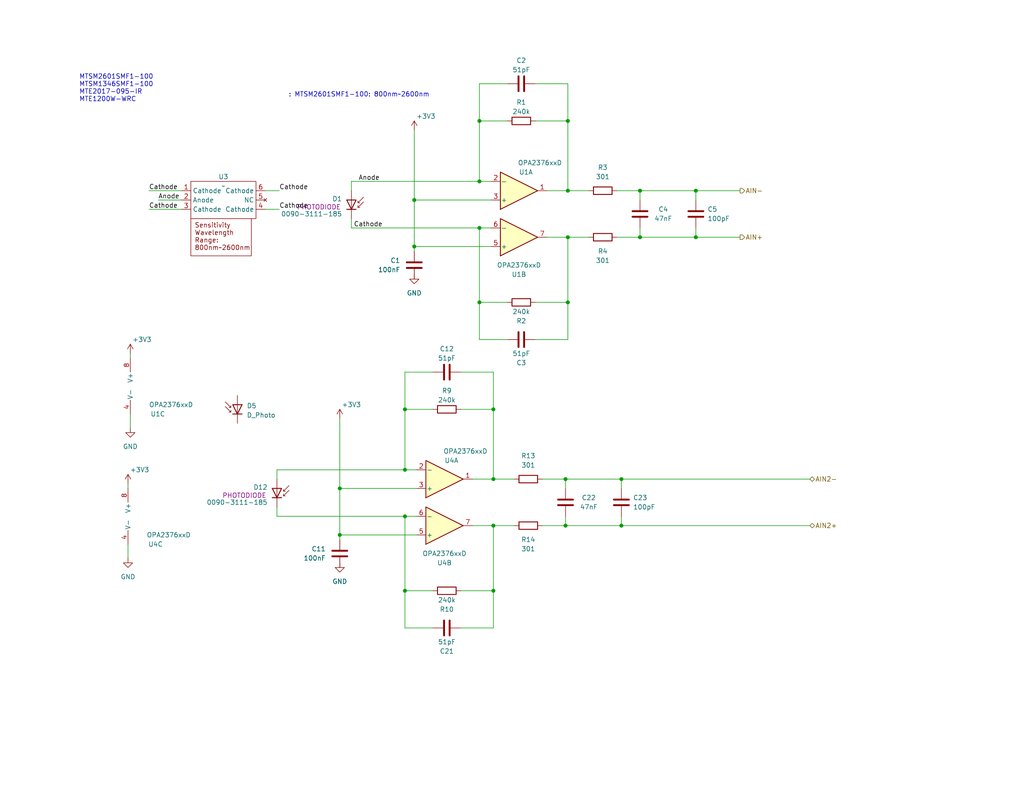
<source format=kicad_sch>
(kicad_sch (version 20230121) (generator eeschema)
  (paper "USLetter")
  (title_block (title "Development Board") (date "2023-10-02") (rev "3") (company "Plastic Scanner"))
  (lib_symbols
    (symbol "Amplifier_Operational:OPA2376xxD" (pin_names (offset 0.127))
      (property "Reference" "U" (at 0 5.08 0))
      (property "Value" "OPA2376xxD" (at 0 -5.08 0))
      (symbol "OPA2376xxD_1_1"
        (polyline (pts (xy -5.08 5.08) (xy 5.08 0) (xy -5.08 -5.08) (xy -5.08 5.08)) (stroke (width 0.254)) (fill (type background)))
        (pin output line (at 7.62 0 180) (length 2.54) (name "~") (number "1"))
        (pin input line (at -7.62 -2.54 0) (length 2.54) (name "-") (number "2"))
        (pin input line (at -7.62 2.54 0) (length 2.54) (name "+") (number "3"))
      )
      (symbol "OPA2376xxD_2_1"
        (polyline (pts (xy -5.08 5.08) (xy 5.08 0) (xy -5.08 -5.08) (xy -5.08 5.08)) (stroke (width 0.254)) (fill (type background)))
        (pin input line (at -7.62 2.54 0) (length 2.54) (name "+") (number "5"))
        (pin input line (at -7.62 -2.54 0) (length 2.54) (name "-") (number "6"))
        (pin output line (at 7.62 0 180) (length 2.54) (name "~") (number "7"))
      )
      (symbol "OPA2376xxD_3_1"
        (pin power_in line (at -2.54 -7.62 90) (length 3.81) (name "V-") (number "4"))
        (pin power_in line (at -2.54 7.62 270) (length 3.81) (name "V+") (number "8"))
      )
    )
    (symbol "Device:C" (pin_numbers hide) (pin_names (offset 0.254))
      (property "Reference" "C" (at 0.635 2.54 0))
      (property "Value" "C" (at 0.635 -2.54 0))
      (symbol "C_0_1"
        (polyline (pts (xy -2.032 -0.762) (xy 2.032 -0.762)) (stroke (width 0.508)))
        (polyline (pts (xy -2.032 0.762) (xy 2.032 0.762)) (stroke (width 0.508)))
      )
      (symbol "C_1_1"
        (pin passive line (at 0 3.81 270) (length 2.794) (name "~") (number "1"))
        (pin passive line (at 0 -3.81 90) (length 2.794) (name "~") (number "2"))
      )
    )
    (symbol "Device:D_Photo" (pin_numbers hide) (pin_names hide)
      (property "Reference" "D" (at 0.508 1.778 0))
      (property "Value" "D_Photo" (at -1.016 -2.794 0))
      (symbol "D_Photo_0_1"
        (polyline (pts (xy -2.54 1.27) (xy -2.54 -1.27)) (stroke (width 0.254)))
        (polyline (pts (xy -2.032 1.778) (xy -1.524 1.778)))
        (polyline (pts (xy 0 0) (xy -2.54 0)))
        (polyline (pts (xy -0.508 3.302) (xy -2.032 1.778) (xy -2.032 2.286)))
        (polyline (pts (xy 0 -1.27) (xy 0 1.27) (xy -2.54 0) (xy 0 -1.27)) (stroke (width 0.254)))
        (polyline (pts (xy 0.762 3.302) (xy -0.762 1.778) (xy -0.762 2.286) (xy -0.762 1.778) (xy -0.254 1.778)))
      )
      (symbol "D_Photo_1_1"
        (pin passive line (at -5.08 0 0) (length 2.54) (name "K") (number "1"))
        (pin passive line (at 2.54 0 180) (length 2.54) (name "A") (number "2"))
      )
    )
    (symbol "Device:R" (pin_numbers hide) (pin_names (offset 0))
      (property "Reference" "R" (at 2.032 0 90))
      (property "Value" "R" (at 0 0 90))
      (symbol "R_0_1"
        (rectangle (start -1.016 -2.54) (end 1.016 2.54) (stroke (width 0.254)))
      )
      (symbol "R_1_1"
        (pin passive line (at 0 3.81 270) (length 1.27) (name "~") (number "1"))
        (pin passive line (at 0 -3.81 90) (length 1.27) (name "~") (number "2"))
      )
    )
    (symbol "MTSM2601SMF1-100:MTSM2601SMF1-100"
      (property "Reference" "U" (at -1.27 2.54 0))
      (symbol "MTSM2601SMF1-100_0_0"
        (text_box "Sensitivity Wavelength Range: 800nm~2600nm\n" (at -8.89 -8.89 0) (size 16.51 -10.16) (fill (type color)) (effects (font (size 1.27 1.27)) (justify left top)))
      )
      (symbol "MTSM2601SMF1-100_0_1"
        (rectangle (start -8.89 1.27) (end 8.89 -8.89))
      )
      (symbol "MTSM2601SMF1-100_1_1"
        (pin bidirectional line (at -11.43 -1.27 0) (length 2.54) (name "Cathode") (number "1"))
        (pin bidirectional line (at -11.43 -3.81 0) (length 2.54) (name "Anode") (number "2"))
        (pin bidirectional line (at -11.43 -6.35 0) (length 2.54) (name "Cathode") (number "3"))
        (pin bidirectional line (at 11.43 -6.35 180) (length 2.54) (name "Cathode") (number "4"))
        (pin no_connect line (at 11.43 -3.81 180) (length 2.54) (name "NC") (number "5"))
        (pin bidirectional line (at 11.43 -1.27 180) (length 2.54) (name "Cathode") (number "6"))
      )
    )
    (symbol "power:+3.3V" (power) (pin_numbers hide) (pin_names (offset 0) hide)
      (property "Value" "+3.3V" (at 0 3.556 0))
      (symbol "+3.3V_0_1"
        (polyline (pts (xy -0.762 1.27) (xy 0 2.54)))
        (polyline (pts (xy 0 0) (xy 0 2.54)))
        (polyline (pts (xy 0 2.54) (xy 0.762 1.27)))
      )
      (symbol "+3.3V_1_1"
        (pin power_in line (at 0 0 90) (length 0) hide (name "+3V3") (number "1"))
      )
    )
    (symbol "power:GND" (power) (pin_names (offset 0))
      (property "Value" "GND" (at 0 -3.81 0))
      (symbol "GND_0_1"
        (polyline (pts (xy 0 0) (xy 0 -1.27) (xy 1.27 -1.27) (xy 0 -2.54) (xy -1.27 -1.27) (xy 0 -1.27)))
      )
      (symbol "GND_1_1"
        (pin power_in line (at 0 0 270) (length 0) hide (name "GND") (number "1"))
      )
    )
  )
  (junction (at 134.62 161.29))
  (junction (at 110.49 140.97))
  (junction (at 154.94 52.07))
  (junction (at 154.94 33.02))
  (junction (at 134.62 130.81))
  (junction (at 113.03 54.61))
  (junction (at 169.545 143.51))
  (junction (at 189.865 64.77))
  (junction (at 110.49 111.76))
  (junction (at 130.81 33.02))
  (junction (at 110.49 128.27))
  (junction (at 169.545 130.81))
  (junction (at 189.865 52.07))
  (junction (at 130.81 62.23))
  (junction (at 134.62 111.76))
  (junction (at 154.305 130.81))
  (junction (at 154.305 143.51))
  (junction (at 154.94 82.55))
  (junction (at 130.81 82.55))
  (junction (at 130.81 49.53))
  (junction (at 134.62 143.51))
  (junction (at 92.71 146.05))
  (junction (at 110.49 161.29))
  (junction (at 174.625 64.77))
  (junction (at 92.71 133.35))
  (junction (at 174.625 52.07))
  (junction (at 154.94 64.77))
  (junction (at 113.03 67.31))
  (wire (pts (xy 75.565 130.81) (xy 75.565 128.27)))
  (wire (pts (xy 95.885 52.07) (xy 95.885 49.53)))
  (wire (pts (xy 75.565 138.43) (xy 75.565 140.97)))
  (wire (pts (xy 169.545 130.81) (xy 169.545 133.35)))
  (wire (pts (xy 154.305 143.51) (xy 169.545 143.51)))
  (wire (pts (xy 149.225 64.77) (xy 154.94 64.77)))
  (wire (pts (xy 130.81 62.23) (xy 130.81 82.55)))
  (wire (pts (xy 40.64 57.15) (xy 49.53 57.15)))
  (wire (pts (xy 189.865 64.77) (xy 201.93 64.77)))
  (wire (pts (xy 75.565 128.27) (xy 110.49 128.27)))
  (wire (pts (xy 154.94 82.55) (xy 154.94 64.77)))
  (wire (pts (xy 154.305 130.81) (xy 169.545 130.81)))
  (wire (pts (xy 35.56 96.52) (xy 35.56 97.79)))
  (wire (pts (xy 147.955 143.51) (xy 154.305 143.51)))
  (wire (pts (xy 130.81 62.23) (xy 133.985 62.23)))
  (wire (pts (xy 95.885 62.23) (xy 130.81 62.23)))
  (wire (pts (xy 134.62 101.6) (xy 134.62 111.76)))
  (wire (pts (xy 169.545 130.81) (xy 220.98 130.81)))
  (wire (pts (xy 168.275 64.77) (xy 174.625 64.77)))
  (wire (pts (xy 92.71 114.3) (xy 92.71 133.35)))
  (wire (pts (xy 130.81 49.53) (xy 130.81 33.02)))
  (wire (pts (xy 154.94 52.07) (xy 160.655 52.07)))
  (wire (pts (xy 34.925 132.08) (xy 34.925 133.35)))
  (wire (pts (xy 149.225 52.07) (xy 154.94 52.07)))
  (wire (pts (xy 154.305 130.81) (xy 154.305 133.35)))
  (wire (pts (xy 174.625 52.07) (xy 174.625 54.61)))
  (wire (pts (xy 92.71 146.05) (xy 92.71 147.32)))
  (wire (pts (xy 146.05 82.55) (xy 154.94 82.55)))
  (wire (pts (xy 125.73 101.6) (xy 134.62 101.6)))
  (wire (pts (xy 134.62 130.81) (xy 140.335 130.81)))
  (wire (pts (xy 147.955 130.81) (xy 154.305 130.81)))
  (wire (pts (xy 130.81 82.55) (xy 138.43 82.55)))
  (wire (pts (xy 113.03 54.61) (xy 133.985 54.61)))
  (wire (pts (xy 130.81 33.02) (xy 138.43 33.02)))
  (wire (pts (xy 128.905 130.81) (xy 134.62 130.81)))
  (wire (pts (xy 189.865 52.07) (xy 189.865 54.61)))
  (wire (pts (xy 130.81 49.53) (xy 133.985 49.53)))
  (wire (pts (xy 110.49 140.97) (xy 113.665 140.97)))
  (wire (pts (xy 130.81 22.86) (xy 130.81 33.02)))
  (wire (pts (xy 130.81 92.71) (xy 138.43 92.71)))
  (wire (pts (xy 154.94 22.86) (xy 154.94 33.02)))
  (wire (pts (xy 128.905 143.51) (xy 134.62 143.51)))
  (wire (pts (xy 154.305 140.97) (xy 154.305 143.51)))
  (wire (pts (xy 40.64 52.07) (xy 49.53 52.07)))
  (wire (pts (xy 130.81 82.55) (xy 130.81 92.71)))
  (wire (pts (xy 113.03 76.2) (xy 113.03 74.93)))
  (wire (pts (xy 110.49 128.27) (xy 110.49 111.76)))
  (wire (pts (xy 110.49 171.45) (xy 118.11 171.45)))
  (wire (pts (xy 35.56 113.03) (xy 35.56 116.84)))
  (wire (pts (xy 134.62 161.29) (xy 134.62 171.45)))
  (wire (pts (xy 169.545 143.51) (xy 220.98 143.51)))
  (wire (pts (xy 110.49 161.29) (xy 110.49 171.45)))
  (wire (pts (xy 125.73 161.29) (xy 134.62 161.29)))
  (wire (pts (xy 34.925 148.59) (xy 34.925 152.4)))
  (wire (pts (xy 110.49 140.97) (xy 110.49 161.29)))
  (wire (pts (xy 110.49 111.76) (xy 118.11 111.76)))
  (wire (pts (xy 110.49 101.6) (xy 110.49 111.76)))
  (wire (pts (xy 189.865 52.07) (xy 201.93 52.07)))
  (wire (pts (xy 113.03 35.56) (xy 113.03 54.61)))
  (wire (pts (xy 75.565 140.97) (xy 110.49 140.97)))
  (wire (pts (xy 168.275 52.07) (xy 174.625 52.07)))
  (wire (pts (xy 72.39 57.15) (xy 76.2 57.15)))
  (wire (pts (xy 110.49 128.27) (xy 113.665 128.27)))
  (wire (pts (xy 174.625 52.07) (xy 189.865 52.07)))
  (wire (pts (xy 113.03 67.31) (xy 113.03 68.58)))
  (wire (pts (xy 72.39 52.07) (xy 76.2 52.07)))
  (wire (pts (xy 92.71 133.35) (xy 92.71 146.05)))
  (wire (pts (xy 134.62 143.51) (xy 140.335 143.51)))
  (wire (pts (xy 169.545 140.97) (xy 169.545 143.51)))
  (wire (pts (xy 43.18 54.61) (xy 49.53 54.61)))
  (wire (pts (xy 189.865 62.23) (xy 189.865 64.77)))
  (wire (pts (xy 125.73 111.76) (xy 134.62 111.76)))
  (wire (pts (xy 92.71 133.35) (xy 113.665 133.35)))
  (wire (pts (xy 92.71 146.05) (xy 113.665 146.05)))
  (wire (pts (xy 146.05 92.71) (xy 154.94 92.71)))
  (wire (pts (xy 154.94 82.55) (xy 154.94 92.71)))
  (wire (pts (xy 92.71 154.94) (xy 92.71 153.67)))
  (wire (pts (xy 146.05 33.02) (xy 154.94 33.02)))
  (wire (pts (xy 130.81 22.86) (xy 138.43 22.86)))
  (wire (pts (xy 174.625 62.23) (xy 174.625 64.77)))
  (wire (pts (xy 113.03 54.61) (xy 113.03 67.31)))
  (wire (pts (xy 125.73 171.45) (xy 134.62 171.45)))
  (wire (pts (xy 154.94 64.77) (xy 160.655 64.77)))
  (wire (pts (xy 154.94 33.02) (xy 154.94 52.07)))
  (wire (pts (xy 134.62 161.29) (xy 134.62 143.51)))
  (wire (pts (xy 110.49 161.29) (xy 118.11 161.29)))
  (wire (pts (xy 174.625 64.77) (xy 189.865 64.77)))
  (wire (pts (xy 110.49 101.6) (xy 118.11 101.6)))
  (wire (pts (xy 95.885 49.53) (xy 130.81 49.53)))
  (wire (pts (xy 95.885 59.69) (xy 95.885 62.23)))
  (wire (pts (xy 146.05 22.86) (xy 154.94 22.86)))
  (wire (pts (xy 113.03 67.31) (xy 133.985 67.31)))
  (wire (pts (xy 134.62 111.76) (xy 134.62 130.81)))
  (text "\nMTSM2601SMF1-100\nMTSM1346SMF1-100\nMTE2017-095-IR\nMTE1200W-WRC" (at 21.59 27.94 0) (effects (font (size 1.27 1.27)) (justify left bottom)))
  (text ": MTSM2601SMF1-100: 800nm~2600nm" (at 78.74 26.67 0) (effects (font (size 1.27 1.27)) (justify left bottom)))
  (label "Cathode" (at 76.2 57.15 0))
  (label "Cathode" (at 40.64 52.07 0))
  (label "Cathode" (at 76.2 52.07 0))
  (label "Cathode" (at 96.52 62.23 0))
  (label "Cathode" (at 40.64 57.15 0))
  (label "Anode" (at 43.18 54.61 0))
  (label "Anode" (at 97.79 49.53 0))
  (hierarchical_label "AIN-" (shape output) (at 201.93 52.07 0))
  (hierarchical_label "AIN2+" (shape bidirectional) (at 220.98 143.51 0))
  (hierarchical_label "AIN+" (shape output) (at 201.93 64.77 0))
  (hierarchical_label "AIN2-" (shape bidirectional) (at 220.98 130.81 0))
  (symbol (lib_id "Device:R") (at 144.145 130.81 90) (unit 1)
    (property "Reference" "R13" (at 144.145 124.46 90))
    (property "Value" "301" (at 144.145 127 90))
    (property "Footprint" "Resistor_SMD:R_0603_1608Metric_Pad0.98x0.95mm_HandSolder" (effects hide))
  )
  (symbol (lib_id "Device:C") (at 92.71 151.13 0) (mirror x) (unit 1)
    (property "Reference" "C11" (at 88.9 149.8599 0) (effects (justify right)))
    (property "Value" "100nF" (at 88.9 152.3999 0) (effects (justify right)))
    (property "Footprint" "Capacitor_SMD:C_0603_1608Metric_Pad1.08x0.95mm_HandSolder" (effects hide))
  )
  (symbol (lib_id "Amplifier_Operational:OPA2376xxD") (at 121.285 130.81 0) (mirror x) (unit 1)
    (property "Reference" "U4" (at 123.19 125.73 0))
    (property "Value" "OPA2376xxD" (at 127 123.19 0))
    (property "Footprint" "OPA2376AID:SOIC127P599X175-8N" (effects hide))
    (property "Datasheet" "http://www.ti.com/lit/ds/symlink/opa376.pdf" (effects hide))
    (property "digikey part number" "296-26263-5-ND" (effects hide))
  )
  (symbol (lib_id "power:GND") (at 113.03 74.93 0) (unit 1)
    (property "Reference" "#PWR02" (effects hide))
    (property "Value" "GND" (at 113.03 80.01 0))
  )
  (symbol (lib_id "Device:R") (at 142.24 82.55 270) (mirror x) (unit 1)
    (property "Reference" "R2" (at 142.24 87.63 90))
    (property "Value" "240k" (at 142.24 85.09 90))
    (property "Footprint" "Resistor_SMD:R_0603_1608Metric_Pad0.98x0.95mm_HandSolder" (effects hide))
  )
  (symbol (lib_id "Device:R") (at 164.465 52.07 90) (unit 1)
    (property "Reference" "R3" (at 164.465 45.72 90))
    (property "Value" "301" (at 164.465 48.26 90))
    (property "Footprint" "Resistor_SMD:R_0603_1608Metric_Pad0.98x0.95mm_HandSolder" (effects hide))
  )
  (symbol (lib_id "Device:R") (at 142.24 33.02 90) (unit 1)
    (property "Reference" "R1" (at 142.24 27.94 90))
    (property "Value" "240k" (at 142.24 30.48 90))
    (property "Footprint" "Resistor_SMD:R_0603_1608Metric_Pad0.98x0.95mm_HandSolder" (effects hide))
  )
  (symbol (lib_id "Device:C") (at 189.865 58.42 0) (unit 1)
    (property "Reference" "C5" (at 193.04 57.1499 0) (effects (justify left)))
    (property "Value" "100pF" (at 193.04 59.6899 0) (effects (justify left)))
    (property "Footprint" "Capacitor_SMD:C_0603_1608Metric_Pad1.08x0.95mm_HandSolder" (effects hide))
  )
  (symbol (lib_id "Device:C") (at 169.545 137.16 0) (unit 1)
    (property "Reference" "C23" (at 172.72 135.8899 0) (effects (justify left)))
    (property "Value" "100pF" (at 172.72 138.4299 0) (effects (justify left)))
    (property "Footprint" "Capacitor_SMD:C_0603_1608Metric_Pad1.08x0.95mm_HandSolder" (effects hide))
  )
  (symbol (lib_id "Device:C") (at 121.92 101.6 90) (unit 1)
    (property "Reference" "C12" (at 121.92 95.25 90))
    (property "Value" "51pF" (at 121.92 97.79 90))
    (property "Footprint" "Capacitor_SMD:C_0603_1608Metric_Pad1.08x0.95mm_HandSolder" (effects hide))
  )
  (symbol (lib_id "power:GND") (at 34.925 152.4 0) (unit 1)
    (property "Reference" "#PWR07" (effects hide))
    (property "Value" "GND" (at 34.925 157.48 0))
  )
  (symbol (lib_id "Device:D_Photo") (at 75.565 133.35 270) (mirror x) (unit 1)
    (property "Reference" "D12" (at 73.025 133.0324 90) (effects (justify right)))
    (property "Value" "0090-3111-185" (at 73.025 137.16 90) (effects (justify right)))
    (property "Footprint" "Diode_SMD:D_1206_3216Metric_Pad1.42x1.75mm_HandSolder" (effects hide))
    (property "Humanlabel" "PHOTODIODE" (at 66.675 135.255 90))
  )
  (symbol (lib_id "power:GND") (at 92.71 153.67 0) (unit 1)
    (property "Reference" "#PWR09" (effects hide))
    (property "Value" "GND" (at 92.71 158.75 0))
  )
  (symbol (lib_id "Amplifier_Operational:OPA2376xxD") (at 37.465 140.97 0) (unit 3)
    (property "Reference" "U4" (at 44.45 148.59 0) (effects (justify right)))
    (property "Value" "OPA2376xxD" (at 52.07 146.05 0) (effects (justify right)))
    (property "Footprint" "OPA2376AID:SOIC127P599X175-8N" (effects hide))
    (property "Datasheet" "http://www.ti.com/lit/ds/symlink/opa376.pdf" (effects hide))
    (property "digikey part number" "296-26263-5-ND" (effects hide))
  )
  (symbol (lib_id "Amplifier_Operational:OPA2376xxD") (at 38.1 105.41 0) (unit 3)
    (property "Reference" "U1" (at 45.085 113.03 0) (effects (justify right)))
    (property "Value" "OPA2376xxD" (at 52.705 110.49 0) (effects (justify right)))
    (property "Footprint" "OPA2376AID:SOIC127P599X175-8N" (effects hide))
    (property "Datasheet" "http://www.ti.com/lit/ds/symlink/opa376.pdf" (effects hide))
    (property "digikey part number" "296-26263-5-ND" (effects hide))
  )
  (symbol (lib_id "Device:C") (at 142.24 92.71 90) (unit 1)
    (property "Reference" "C3" (at 142.24 99.06 90))
    (property "Value" "51pF" (at 142.24 96.52 90))
    (property "Footprint" "Capacitor_SMD:C_0603_1608Metric_Pad1.08x0.95mm_HandSolder" (effects hide))
  )
  (symbol (lib_id "power:+3.3V") (at 92.71 114.3 0) (unit 1)
    (property "Reference" "#PWR0118" (effects hide))
    (property "Value" "+3.3V" (at 95.885 110.49 0))
  )
  (symbol (lib_id "Amplifier_Operational:OPA2376xxD") (at 121.285 143.51 0) (mirror x) (unit 2)
    (property "Reference" "U4" (at 121.285 153.67 0))
    (property "Value" "OPA2376xxD" (at 121.285 151.13 0))
    (property "Footprint" "OPA2376AID:SOIC127P599X175-8N" (effects hide))
    (property "Datasheet" "http://www.ti.com/lit/ds/symlink/opa376.pdf" (effects hide))
    (property "digikey part number" "296-26263-5-ND" (effects hide))
  )
  (symbol (lib_id "power:GND") (at 35.56 116.84 0) (unit 1)
    (property "Reference" "#PWR04" (effects hide))
    (property "Value" "GND" (at 35.56 121.92 0))
  )
  (symbol (lib_id "Device:D_Photo") (at 64.77 110.49 90) (unit 1)
    (property "Reference" "D5" (at 67.31 110.8075 90) (effects (justify right)))
    (property "Value" "D_Photo" (at 67.31 113.3475 90) (effects (justify right)))
  )
  (symbol (lib_id "Amplifier_Operational:OPA2376xxD") (at 141.605 52.07 0) (mirror x) (unit 1)
    (property "Reference" "U1" (at 143.51 46.99 0))
    (property "Value" "OPA2376xxD" (at 147.32 44.45 0))
    (property "Footprint" "OPA2376AID:SOIC127P599X175-8N" (effects hide))
    (property "Datasheet" "http://www.ti.com/lit/ds/symlink/opa376.pdf" (effects hide))
    (property "digikey part number" "296-26263-5-ND" (effects hide))
  )
  (symbol (lib_id "Device:C") (at 142.24 22.86 90) (unit 1)
    (property "Reference" "C2" (at 142.24 16.51 90))
    (property "Value" "51pF" (at 142.24 19.05 90))
    (property "Footprint" "Capacitor_SMD:C_0603_1608Metric_Pad1.08x0.95mm_HandSolder" (effects hide))
  )
  (symbol (lib_id "Device:C") (at 174.625 58.42 180) (unit 1)
    (property "Reference" "C4" (at 180.975 57.15 0))
    (property "Value" "47nF" (at 180.975 59.69 0))
    (property "Footprint" "Capacitor_SMD:C_0603_1608Metric_Pad1.08x0.95mm_HandSolder" (effects hide))
  )
  (symbol (lib_id "power:+3.3V") (at 113.03 35.56 0) (unit 1)
    (property "Reference" "#PWR0136" (effects hide))
    (property "Value" "+3.3V" (at 116.205 31.75 0))
  )
  (symbol (lib_id "Device:R") (at 121.92 161.29 270) (mirror x) (unit 1)
    (property "Reference" "R10" (at 121.92 166.37 90))
    (property "Value" "240k" (at 121.92 163.83 90))
    (property "Footprint" "Resistor_SMD:R_0603_1608Metric_Pad0.98x0.95mm_HandSolder" (effects hide))
  )
  (symbol (lib_id "Device:C") (at 154.305 137.16 180) (unit 1)
    (property "Reference" "C22" (at 160.655 135.89 0))
    (property "Value" "47nF" (at 160.655 138.43 0))
    (property "Footprint" "Capacitor_SMD:C_0603_1608Metric_Pad1.08x0.95mm_HandSolder" (effects hide))
  )
  (symbol (lib_id "Device:R") (at 144.145 143.51 90) (unit 1)
    (property "Reference" "R14" (at 144.145 147.32 90))
    (property "Value" "301" (at 144.145 149.86 90))
    (property "Footprint" "Resistor_SMD:R_0603_1608Metric_Pad0.98x0.95mm_HandSolder" (effects hide))
  )
  (symbol (lib_id "Device:R") (at 121.92 111.76 90) (unit 1)
    (property "Reference" "R9" (at 121.92 106.68 90))
    (property "Value" "240k" (at 121.92 109.22 90))
    (property "Footprint" "Resistor_SMD:R_0603_1608Metric_Pad0.98x0.95mm_HandSolder" (effects hide))
  )
  (symbol (lib_id "Device:C") (at 121.92 171.45 90) (unit 1)
    (property "Reference" "C21" (at 121.92 177.8 90))
    (property "Value" "51pF" (at 121.92 175.26 90))
    (property "Footprint" "Capacitor_SMD:C_0603_1608Metric_Pad1.08x0.95mm_HandSolder" (effects hide))
  )
  (symbol (lib_id "Device:R") (at 164.465 64.77 90) (unit 1)
    (property "Reference" "R4" (at 164.465 68.58 90))
    (property "Value" "301" (at 164.465 71.12 90))
    (property "Footprint" "Resistor_SMD:R_0603_1608Metric_Pad0.98x0.95mm_HandSolder" (effects hide))
  )
  (symbol (lib_id "power:+3.3V") (at 35.56 96.52 0) (unit 1)
    (property "Reference" "#PWR0131" (effects hide))
    (property "Value" "+3.3V" (at 38.735 92.71 0))
  )
  (symbol (lib_id "power:+3.3V") (at 34.925 132.08 0) (unit 1)
    (property "Reference" "#PWR06" (effects hide))
    (property "Value" "+3.3V" (at 38.1 128.27 0))
  )
  (symbol (lib_id "MTSM2601SMF1-100:MTSM2601SMF1-100") (at 60.96 50.8 0) (unit 1)
    (property "Reference" "U3" (at 60.96 48.26 0))
    (property "Value" "~" (at 60.96 50.8 0))
    (property "Footprint" "MTSM2601SMF1-100:MTSM2601SMF1-100" (effects hide))
    (property "Datasheet" "https://www.mouser.com/datasheet/2/1094/MTSM2601SMF1_100-3193717.pdf" (effects hide))
  )
  (symbol (lib_id "Amplifier_Operational:OPA2376xxD") (at 141.605 64.77 0) (mirror x) (unit 2)
    (property "Reference" "U1" (at 141.605 74.93 0))
    (property "Value" "OPA2376xxD" (at 141.605 72.39 0))
    (property "Footprint" "OPA2376AID:SOIC127P599X175-8N" (effects hide))
    (property "Datasheet" "http://www.ti.com/lit/ds/symlink/opa376.pdf" (effects hide))
    (property "digikey part number" "296-26263-5-ND" (effects hide))
  )
  (symbol (lib_id "Device:D_Photo") (at 95.885 54.61 270) (mirror x) (unit 1)
    (property "Reference" "D1" (at 93.345 54.2924 90) (effects (justify right)))
    (property "Value" "0090-3111-185" (at 93.345 58.42 90) (effects (justify right)))
    (property "Footprint" "Diode_SMD:D_1206_3216Metric_Pad1.42x1.75mm_HandSolder" (effects hide))
    (property "Humanlabel" "PHOTODIODE" (at 86.995 56.515 90))
  )
  (symbol (lib_id "Device:C") (at 113.03 72.39 0) (mirror x) (unit 1)
    (property "Reference" "C1" (at 109.22 71.1199 0) (effects (justify right)))
    (property "Value" "100nF" (at 109.22 73.6599 0) (effects (justify right)))
    (property "Footprint" "Capacitor_SMD:C_0603_1608Metric_Pad1.08x0.95mm_HandSolder" (effects hide))
  )
)
</source>
